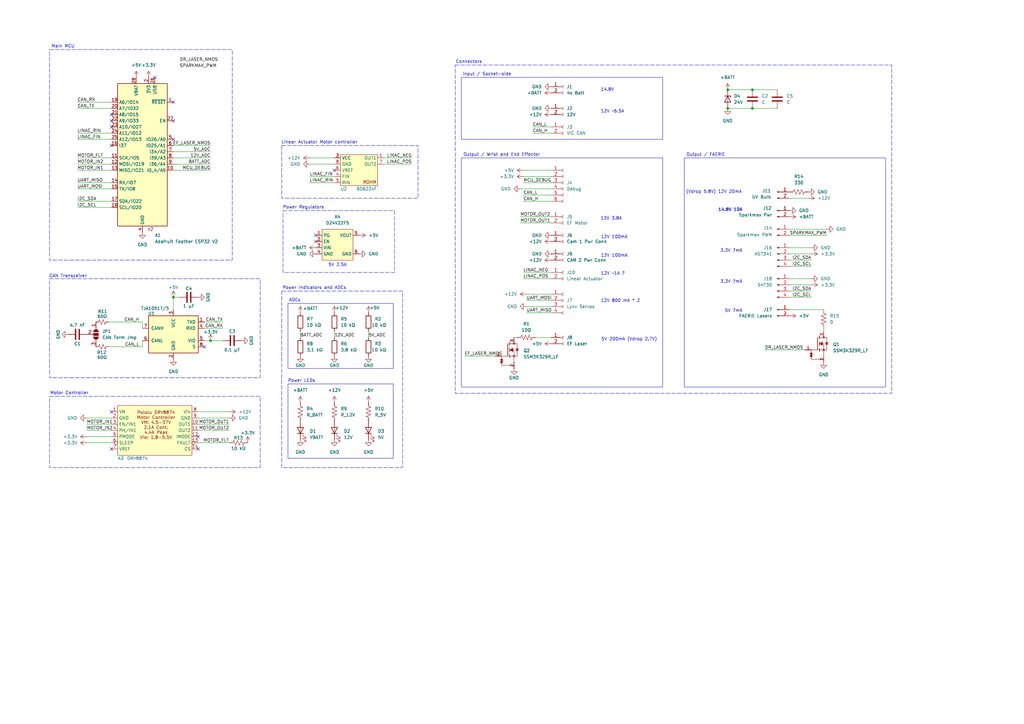
<source format=kicad_sch>
(kicad_sch (version 20250114) (generator "eeschema") (generator_version "9.0")
  (paper "A3")
  (title_block (title "Digit ESP32 2025") (date "2025-01-17") (rev "1.1") (company "UAH SHC ASTRA") (comment 1 "Created by David Sharpe"))
  (rectangle (start 115.57 59.69) (end 171.45 81.28) (stroke (width 0) (type dash)))
  (rectangle (start 189.23 31.75) (end 271.78 57.15))
  (rectangle (start 115.57 119.38) (end 165.1 191.77) (stroke (width 0) (type dash)))
  (rectangle (start 118.11 157.48) (end 161.29 187.96))
  (rectangle (start 20.32 162.56) (end 106.68 191.77) (stroke (width 0) (type dash)))
  (rectangle (start 189.23 64.77) (end 271.78 158.75))
  (rectangle (start 20.32 114.3) (end 106.68 154.94) (stroke (width 0) (type dash)))
  (rectangle (start 186.69 26.67) (end 365.76 161.29) (stroke (width 0) (type dash)))
  (rectangle (start 280.67 64.77) (end 363.22 158.75))
  (rectangle (start 116.078 86.36) (end 161.798 111.76) (stroke (width 0) (type dash)))
  (rectangle (start 20.32 20.32) (end 95.25 106.68) (stroke (width 0) (type dash)))
  (rectangle (start 118.11 124.46) (end 161.29 151.13))
  (text "Input / Socket-side" (at 189.738 30.48 0) (effects (font (size 1.27 1.27)) (justify left)))
  (text "3.3V ?mA" (at 304.546 115.57 0) (effects (font (size 1.27 1.27)) (justify right)))
  (text "Power Regulators" (at 124.46 85.09 0) (effects (font (size 1.27 1.27))))
  (text "ADCs\n" (at 120.904 123.19 0) (effects (font (size 1.27 1.27))))
  (text "5V 200mA (Vdrop 2.7V)" (at 258.064 139.192 0) (effects (font (size 1.27 1.27))))
  (text "5V 2.5A" (at 138.43 108.712 0) (effects (font (size 1.27 1.27))))
  (text "3.3V ?mA" (at 304.546 102.87 0) (effects (font (size 1.27 1.27)) (justify right)))
  (text "14.8V" (at 246.38 36.83 0) (effects (font (size 1.27 1.27)) (justify left)))
  (text "Linear Actuator Motor controller" (at 131.064 58.42 0) (effects (font (size 1.27 1.27))))
  (text "12V 100mA" (at 246.38 104.902 0) (effects (font (size 1.27 1.27)) (justify left)))
  (text "Motor Controller" (at 28.448 161.29 0) (effects (font (size 1.27 1.27))))
  (text "CAN Transceiver" (at 27.94 113.284 0) (effects (font (size 1.27 1.27))))
  (text "14.8V 10A" (at 304.546 86.106 0) (effects (font (size 1.27 1.27)) (justify right)))
  (text "12V 3.8A" (at 250.698 89.662 0) (effects (font (size 1.27 1.27))))
  (text "12V ~6.5A" (at 246.38 45.72 0) (effects (font (size 1.27 1.27)) (justify left)))
  (text "Power LEDs\n" (at 123.698 156.21 0) (effects (font (size 1.27 1.27))))
  (text "Output / Wrist and End Effector" (at 189.992 63.5 0) (effects (font (size 1.27 1.27)) (justify left)))
  (text "Main MCU" (at 21.082 19.05 0) (effects (font (size 1.27 1.27)) (justify left)))
  (text "12V ~1A ?" (at 246.38 112.268 0) (effects (font (size 1.27 1.27)) (justify left)))
  (text "(Vdrop 5.8V) 12V 20mA" (at 304.292 78.74 0) (effects (font (size 1.27 1.27)) (justify right)))
  (text "12V 800 mA * 2" (at 246.38 123.444 0) (effects (font (size 1.27 1.27)) (justify left)))
  (text "5V ?mA" (at 304.546 127.508 0) (effects (font (size 1.27 1.27)) (justify right)))
  (text "14.8V 10A" (at 304.546 86.106 0) (effects (font (size 1.27 1.27)) (justify right)))
  (text "Power Indicators and ADCs\n" (at 115.824 118.11 0) (effects (font (size 1.27 1.27)) (justify left)))
  (text "Output / FAERIE" (at 281.432 63.5 0) (effects (font (size 1.27 1.27)) (justify left)))
  (text "12V 100mA" (at 246.38 97.282 0) (effects (font (size 1.27 1.27)) (justify left)))
  (text "Connectors" (at 186.944 25.4 0) (effects (font (size 1.27 1.27)) (justify left)))
  (junction (at 308.61 36.83))
  (junction (at 86.36 139.7))
  (junction (at 308.61 44.45))
  (junction (at 71.12 121.92))
  (junction (at 298.45 36.83))
  (junction (at 298.45 44.45))
  (no_connect (at 137.16 69.85))
  (no_connect (at 83.82 142.24))
  (no_connect (at 45.72 52.07))
  (no_connect (at 129.54 96.52))
  (no_connect (at 81.28 179.07))
  (no_connect (at 81.28 184.15))
  (no_connect (at 63.5 31.75))
  (no_connect (at 71.12 41.91))
  (no_connect (at 45.72 49.53))
  (no_connect (at 45.72 168.91))
  (no_connect (at 71.12 49.53))
  (no_connect (at 45.72 59.69))
  (no_connect (at 45.72 46.99))
  (no_connect (at 129.54 99.06))
  (no_connect (at 45.72 184.15))
  (no_connect (at 71.12 57.15))
  (wire (pts (xy 332.74 106.68) (xy 323.85 106.68)))
  (wire (pts (xy 332.74 119.38) (xy 323.85 119.38)))
  (wire (pts (xy 93.98 168.91) (xy 81.28 168.91)))
  (wire (pts (xy 35.56 176.53) (xy 45.72 176.53)))
  (wire (pts (xy 31.75 82.55) (xy 45.72 82.55)))
  (wire (pts (xy 123.19 135.89) (xy 123.19 138.43)))
  (wire (pts (xy 127 67.31) (xy 137.16 67.31)))
  (wire (pts (xy 337.82 134.62) (xy 337.82 135.89)))
  (wire (pts (xy 127 74.93) (xy 137.16 74.93)))
  (wire (pts (xy 212.09 138.43) (xy 210.82 138.43)))
  (wire (pts (xy 127 64.77) (xy 137.16 64.77)))
  (wire (pts (xy 332.74 109.22) (xy 323.85 109.22)))
  (wire (pts (xy 127 72.39) (xy 137.16 72.39)))
  (wire (pts (xy 71.12 121.92) (xy 71.12 127)))
  (wire (pts (xy 332.74 116.84) (xy 323.85 116.84)))
  (wire (pts (xy 71.12 121.92) (xy 73.66 121.92)))
  (wire (pts (xy 31.75 57.15) (xy 45.72 57.15)))
  (wire (pts (xy 31.75 77.47) (xy 45.72 77.47)))
  (wire (pts (xy 218.44 54.61) (xy 226.06 54.61)))
  (wire (pts (xy 332.74 121.92) (xy 323.85 121.92)))
  (wire (pts (xy 214.63 114.3) (xy 226.06 114.3)))
  (wire (pts (xy 44.45 132.08) (xy 58.42 132.08)))
  (wire (pts (xy 31.75 85.09) (xy 45.72 85.09)))
  (wire (pts (xy 157.48 67.31) (xy 168.91 67.31)))
  (wire (pts (xy 215.9 128.27) (xy 226.06 128.27)))
  (wire (pts (xy 35.56 173.99) (xy 45.72 173.99)))
  (wire (pts (xy 86.36 69.85) (xy 71.12 69.85)))
  (wire (pts (xy 31.75 69.85) (xy 45.72 69.85)))
  (wire (pts (xy 93.98 181.61) (xy 81.28 181.61)))
  (wire (pts (xy 31.75 54.61) (xy 45.72 54.61)))
  (wire (pts (xy 83.82 139.7) (xy 86.36 139.7)))
  (wire (pts (xy 332.74 104.14) (xy 323.85 104.14)))
  (wire (pts (xy 215.9 120.65) (xy 226.06 120.65)))
  (wire (pts (xy 35.56 181.61) (xy 45.72 181.61)))
  (wire (pts (xy 298.45 44.45) (xy 308.61 44.45)))
  (wire (pts (xy 313.69 143.51) (xy 330.2 143.51)))
  (wire (pts (xy 308.61 44.45) (xy 318.77 44.45)))
  (wire (pts (xy 71.12 64.77) (xy 86.36 64.77)))
  (wire (pts (xy 214.63 74.93) (xy 226.06 74.93)))
  (wire (pts (xy 215.9 125.73) (xy 226.06 125.73)))
  (wire (pts (xy 44.45 142.24) (xy 58.42 142.24)))
  (wire (pts (xy 215.9 123.19) (xy 226.06 123.19)))
  (wire (pts (xy 58.42 139.7) (xy 58.42 142.24)))
  (wire (pts (xy 323.85 127) (xy 337.82 127)))
  (wire (pts (xy 332.74 101.6) (xy 323.85 101.6)))
  (wire (pts (xy 213.36 77.47) (xy 226.06 77.47)))
  (wire (pts (xy 332.74 114.3) (xy 323.85 114.3)))
  (wire (pts (xy 86.36 59.69) (xy 71.12 59.69)))
  (wire (pts (xy 137.16 135.89) (xy 137.16 138.43)))
  (wire (pts (xy 214.63 82.55) (xy 226.06 82.55)))
  (wire (pts (xy 339.09 96.52) (xy 323.85 96.52)))
  (wire (pts (xy 308.61 36.83) (xy 318.77 36.83)))
  (wire (pts (xy 157.48 64.77) (xy 168.91 64.77)))
  (wire (pts (xy 31.75 64.77) (xy 45.72 64.77)))
  (wire (pts (xy 58.42 134.62) (xy 58.42 132.08)))
  (wire (pts (xy 31.75 41.91) (xy 45.72 41.91)))
  (wire (pts (xy 219.71 138.43) (xy 226.06 138.43)))
  (wire (pts (xy 31.75 44.45) (xy 45.72 44.45)))
  (wire (pts (xy 93.98 173.99) (xy 81.28 173.99)))
  (wire (pts (xy 31.75 74.93) (xy 45.72 74.93)))
  (wire (pts (xy 298.45 36.83) (xy 308.61 36.83)))
  (wire (pts (xy 93.98 176.53) (xy 81.28 176.53)))
  (wire (pts (xy 214.63 111.76) (xy 226.06 111.76)))
  (wire (pts (xy 31.75 67.31) (xy 45.72 67.31)))
  (wire (pts (xy 339.09 93.98) (xy 323.85 93.98)))
  (wire (pts (xy 71.12 62.23) (xy 86.36 62.23)))
  (wire (pts (xy 71.12 67.31) (xy 86.36 67.31)))
  (wire (pts (xy 35.56 171.45) (xy 45.72 171.45)))
  (wire (pts (xy 86.36 139.7) (xy 91.44 139.7)))
  (wire (pts (xy 151.13 135.89) (xy 151.13 138.43)))
  (wire (pts (xy 91.44 134.62) (xy 83.82 134.62)))
  (wire (pts (xy 190.5 146.05) (xy 203.2 146.05)))
  (wire (pts (xy 35.56 179.07) (xy 45.72 179.07)))
  (wire (pts (xy 93.98 171.45) (xy 81.28 171.45)))
  (wire (pts (xy 91.44 132.08) (xy 83.82 132.08)))
  (wire (pts (xy 213.36 88.9) (xy 226.06 88.9)))
  (wire (pts (xy 331.47 81.28) (xy 323.85 81.28)))
  (wire (pts (xy 214.63 69.85) (xy 226.06 69.85)))
  (wire (pts (xy 213.36 91.44) (xy 226.06 91.44)))
  (wire (pts (xy 218.44 52.07) (xy 226.06 52.07)))
  (wire (pts (xy 214.63 72.39) (xy 226.06 72.39)))
  (wire (pts (xy 214.63 80.01) (xy 226.06 80.01)))
  (label "LINAC_FIN" (at 127 72.39 0))
  (label "BATT_ADC" (at 86.36 67.31 180))
  (label "LINAC_RIN" (at 127 74.93 0))
  (label "LINAC_POS" (at 168.91 67.31 180))
  (label "MOTOR_OUT1" (at 93.98 173.99 180))
  (label "CAN_L" (at 218.44 52.07 0))
  (label "LINAC_POS" (at 214.63 114.3 0))
  (label "LINAC_NEG" (at 214.63 111.76 0))
  (label "UART_MISO" (at 31.75 74.93 0))
  (label "CAN_TX" (at 31.75 44.45 0))
  (label "SPARKMAX_PWM" (at 339.09 96.52 180))
  (label "EF_LASER_NMOS" (at 190.5 146.05 0))
  (label "UART_MOSI" (at 31.75 77.47 0))
  (label "EF_LASER_NMOS" (at 86.36 59.69 180))
  (label "MOTOR_OUT1" (at 213.36 91.44 0))
  (label "CAN_H" (at 57.15 132.08 180))
  (label "LINAC_RIN" (at 31.75 54.61 0))
  (label "5V_ADC" (at 86.36 62.23 180))
  (label "CAN_L" (at 57.15 142.24 180))
  (label "CAN_RX" (at 91.44 134.62 180))
  (label "MOTOR_IN1" (at 35.56 173.99 0))
  (label "I2C_SDA" (at 332.74 106.68 180))
  (label "LINAC_FIN" (at 31.75 57.15 0))
  (label "MOTOR_IN1" (at 31.75 69.85 0))
  (label "UART_MISO" (at 215.9 128.27 0))
  (label "I2C_SCL" (at 332.74 121.92 180))
  (label "I2C_SCL" (at 31.75 85.09 0))
  (label "CAN_H" (at 218.44 54.61 0))
  (label "MOTOR_FLT" (at 31.75 64.77 0))
  (label "LINAC_NEG" (at 168.91 64.77 180))
  (label "MOTOR_IN2" (at 35.56 176.53 0))
  (label "I2C_SCL" (at 332.74 109.22 180))
  (label "I2C_SDA" (at 332.74 119.38 180))
  (label "12V_ADC" (at 137.16 138.43 0))
  (label "DR_LASER_NMOS" (at 313.69 143.51 0))
  (label "CAN_H" (at 214.63 82.55 0))
  (label "MCU_DEBUG" (at 86.36 69.85 180))
  (label "DR_LASER_NMOS" (at 73.66 25.4 0))
  (label "SPARKMAX_PWM" (at 73.66 27.94 0))
  (label "CAN_RX" (at 31.75 41.91 0))
  (label "UART_MOSI" (at 215.9 123.19 0))
  (label "CAN_TX" (at 91.44 132.08 180))
  (label "MOTOR_IN2" (at 31.75 67.31 0))
  (label "I2C_SDA" (at 31.75 82.55 0))
  (label "MOTOR_FLT" (at 93.98 181.61 180))
  (label "CAN_L" (at 214.63 80.01 0))
  (label "12V_ADC" (at 86.36 64.77 180))
  (label "MOTOR_OUT2" (at 93.98 176.53 180))
  (label "5V_ADC" (at 151.13 138.43 0))
  (label "BATT_ADC" (at 123.19 138.43 0))
  (label "MOTOR_OUT2" (at 213.36 88.9 0))
  (label "MCU_DEBUG" (at 214.63 74.93 0))
  (symbol (lib_id "Device:R_Small_US") (at 41.91 142.24 90) (unit 1)
    (property "Reference" "R12" (at 43.688 144.526 90) (effects (justify left)))
    (property "Value" "60Ω" (at 43.942 146.558 90) (effects (justify left)))
    (property "Footprint" "Resistor_SMD:R_0603_1608Metric_Pad0.98x0.95mm_HandSolder" (effects (hide yes)))
    (property "Description" "Resistor, small US symbol" (effects (hide yes)))
  )
  (symbol (lib_id "power:GND") (at 213.36 77.47 270) (unit 1)
    (property "Reference" "#PWR042" (effects (hide yes)))
    (property "Value" "GND" (at 209.55 77.4701 90) (effects (justify right)))
    (property "Description" "Power symbol creates a global label with name \"GND\" , ground" (effects (hide yes)))
  )
  (symbol (lib_id "Connector:Conn_01x02_Socket") (at 231.14 35.56 0) (unit 1)
    (property "Reference" "J1" (at 232.41 35.5599 0) (effects (justify left)))
    (property "Value" "4s Batt" (at 232.41 38.0999 0) (effects (justify left)))
    (property "Footprint" "Connector_AMASS:AMASS_XT60PW-M_1x02_P7.20mm_Horizontal" (effects (hide yes)))
    (property "Description" "Generic connector, single row, 01x02, script generated" (effects (hide yes)))
  )
  (symbol (lib_id "power:+3.3V") (at 214.63 72.39 90) (unit 1)
    (property "Reference" "#PWR040" (effects (hide yes)))
    (property "Value" "+3.3V" (at 210.82 72.3899 90) (effects (justify left)))
    (property "Description" "Power symbol creates a global label with name \"+3.3V\"" (effects (hide yes)))
  )
  (symbol (lib_id "power:GND") (at 58.42 95.25 0) (unit 1)
    (property "Reference" "#PWR01" (effects (hide yes)))
    (property "Value" "GND" (at 58.42 100.33 0))
    (property "Description" "Power symbol creates a global label with name \"GND\" , ground" (effects (hide yes)))
  )
  (symbol (lib_id "Device:C") (at 95.25 139.7 270) (unit 1)
    (property "Reference" "C3" (at 95.25 135.89 90))
    (property "Value" "0.1 μF" (at 95.25 143.51 90))
    (property "Footprint" "Capacitor_SMD:C_0603_1608Metric_Pad1.08x0.95mm_HandSolder" (effects (hide yes)))
    (property "Description" "Unpolarized capacitor" (effects (hide yes)))
  )
  (symbol (lib_id "adafruit_feather_esp32_v2:Adafruit_Feather_ESP32_V2") (at 58.42 62.23 0) (unit 1)
    (property "Reference" "A1" (at 63.5 96.52 0) (effects (justify left)))
    (property "Value" "Adafruit Feather ESP32 V2" (at 63.5 99.06 0) (effects (justify left)))
    (property "Footprint" "Module:Adafruit_Feather" (effects (hide yes)))
    (property "Datasheet" "https://cdn-learn.adafruit.com/downloads/pdf/adafruit-huzzah32-esp32-feather.pdf" (effects (hide yes)))
    (property "Description" "Microcontroller module with ESP32 MCU" (effects (hide yes)))
  )
  (symbol (lib_id "Device:R") (at 123.19 132.08 0) (unit 1)
    (property "Reference" "R7" (at 125.73 130.8099 0) (effects (justify left)))
    (property "Value" "10 kΩ" (at 125.73 133.3499 0) (effects (justify left)))
    (property "Footprint" "Resistor_SMD:R_0603_1608Metric_Pad0.98x0.95mm_HandSolder" (effects (hide yes)))
    (property "Description" "Resistor" (effects (hide yes)))
  )
  (symbol (lib_id "Connector:Conn_01x02_Pin") (at 318.77 93.98 0) (unit 1)
    (property "Reference" "J14" (at 316.738 93.472 0) (effects (justify right)))
    (property "Value" "Sparkmax PWM" (at 316.738 96.266 0) (effects (justify right)))
    (property "Footprint" "Connector_Molex:Molex_Mini-Fit_Jr_5566-02A_2x01_P4.20mm_Vertical" (effects (hide yes)))
    (property "Description" "Generic connector, single row, 01x02, script generated" (effects (hide yes)))
  )
  (symbol (lib_id "Device:R_US") (at 215.9 138.43 90) (unit 1)
    (property "Reference" "R1" (at 215.9 132.842 90))
    (property "Value" "10Ω" (at 215.9 135.382 90))
    (property "Footprint" "Resistor_SMD:R_0603_1608Metric_Pad0.98x0.95mm_HandSolder" (effects (hide yes)))
    (property "Description" "Resistor, US symbol" (effects (hide yes)))
  )
  (symbol (lib_id "Device:D_Zener") (at 298.45 40.64 270) (unit 1)
    (property "Reference" "D4" (at 300.99 39.3699 90) (effects (justify left)))
    (property "Value" "24V" (at 300.99 41.9099 90) (effects (justify left)))
    (property "Description" "Zener diode" (effects (hide yes)))
  )
  (symbol (lib_id "Device:LED") (at 137.16 176.53 90) (unit 1)
    (property "Reference" "D2" (at 140.97 176.8474 90) (effects (justify right)))
    (property "Value" "12V" (at 140.97 179.3874 90) (effects (justify right)))
    (property "Footprint" "LED_SMD:LED_0603_1608Metric_Pad1.05x0.95mm_HandSolder" (effects (hide yes)))
    (property "Description" "Light emitting diode" (effects (hide yes)))
  )
  (symbol (lib_id "Connector:Conn_01x02_Socket") (at 231.14 104.14 0) (unit 1)
    (property "Reference" "J9" (at 232.41 104.1399 0) (effects (justify left)))
    (property "Value" "CAM 2 Pwr Conn" (at 232.41 106.6799 0) (effects (justify left)))
    (property "Footprint" "Connector_AMASS:AMASS_XT30U-F_1x02_P5.0mm_Vertical" (effects (hide yes)))
    (property "Description" "Generic connector, single row, 01x02, script generated" (effects (hide yes)))
  )
  (symbol (lib_id "power:+5V") (at 71.12 121.92 0) (unit 1)
    (property "Reference" "#PWR025" (effects (hide yes)))
    (property "Value" "+5V" (at 69.088 117.856 0) (effects (justify left)))
    (property "Description" "Power symbol creates a global label with name \"+5V\"" (effects (hide yes)))
  )
  (symbol (lib_id "Connector:Conn_01x04_Pin") (at 318.77 104.14 0) (unit 1)
    (property "Reference" "J16" (at 316.738 101.6 0) (effects (justify right)))
    (property "Value" "AS7341" (at 316.738 104.14 0) (effects (justify right)))
    (property "Footprint" "Connector_Molex:Molex_Mini-Fit_Jr_5566-04A_2x02_P4.20mm_Vertical" (effects (hide yes)))
    (property "Description" "Generic connector, single row, 01x04, script generated" (effects (hide yes)))
  )
  (symbol (lib_id "power:+3.3V") (at 332.74 116.84 270) (unit 1)
    (property "Reference" "#PWR065" (effects (hide yes)))
    (property "Value" "+3.3V" (at 336.55 116.8399 90) (effects (justify left)))
    (property "Description" "Power symbol creates a global label with name \"+3.3V\"" (effects (hide yes)))
  )
  (symbol (lib_id "Connector:Conn_01x02_Socket") (at 231.14 138.43 0) (unit 1)
    (property "Reference" "J8" (at 232.41 138.4299 0) (effects (justify left)))
    (property "Value" "EF Laser" (at 232.41 140.9699 0) (effects (justify left)))
    (property "Footprint" "Connector_Molex:Molex_Mini-Fit_Jr_5566-02A_2x01_P4.20mm_Vertical" (effects (hide yes)))
    (property "Description" "Generic connector, single row, 01x02, script generated" (effects (hide yes)))
  )
  (symbol (lib_id "Connector:Conn_01x02_Socket") (at 231.14 44.45 0) (unit 1)
    (property "Reference" "J2" (at 232.41 44.4499 0) (effects (justify left)))
    (property "Value" "12V" (at 232.41 46.9899 0) (effects (justify left)))
    (property "Footprint" "Connector_AMASS:AMASS_XT30PW-M_1x02_P2.50mm_Horizontal" (effects (hide yes)))
    (property "Description" "Generic connector, single row, 01x02, script generated" (effects (hide yes)))
  )
  (symbol (lib_id "Connector:Conn_01x02_Pin") (at 318.77 127 0) (unit 1)
    (property "Reference" "J17" (at 316.738 127 0) (effects (justify right)))
    (property "Value" "FAERIE Lasers" (at 316.738 129.54 0) (effects (justify right)))
    (property "Footprint" "Connector_Molex:Molex_Mini-Fit_Jr_5566-02A_2x01_P4.20mm_Vertical" (effects (hide yes)))
    (property "Description" "Generic connector, single row, 01x02, script generated" (effects (hide yes)))
  )
  (symbol (lib_id "power:+3.3V") (at 60.96 31.75 0) (unit 1)
    (property "Reference" "#PWR029" (effects (hide yes)))
    (property "Value" "+3.3V" (at 60.96 26.67 0))
    (property "Description" "Power symbol creates a global label with name \"+3.3V\"" (effects (hide yes)))
  )
  (symbol (lib_id "power:+12V") (at 226.06 46.99 90) (unit 1)
    (property "Reference" "#PWR04" (effects (hide yes)))
    (property "Value" "+12V" (at 222.25 46.9899 90) (effects (justify left)))
    (property "Description" "Power symbol creates a global label with name \"+12V\"" (effects (hide yes)))
  )
  (symbol (lib_id "power:GND") (at 226.06 96.52 270) (unit 1)
    (property "Reference" "#PWR010" (effects (hide yes)))
    (property "Value" "GND" (at 222.25 96.5199 90) (effects (justify right)))
    (property "Description" "Power symbol creates a global label with name \"GND\" , ground" (effects (hide yes)))
  )
  (symbol (lib_id "power:GND") (at 81.28 121.92 90) (unit 1)
    (property "Reference" "#PWR027" (effects (hide yes)))
    (property "Value" "GND" (at 85.344 123.952 0) (effects (justify left)))
    (property "Description" "Power symbol creates a global label with name \"GND\" , ground" (effects (hide yes)))
  )
  (symbol (lib_id "power:GND") (at 123.19 146.05 0) (unit 1)
    (property "Reference" "#PWR019" (effects (hide yes)))
    (property "Value" "GND" (at 123.19 149.86 0))
    (property "Description" "Power symbol creates a global label with name \"GND\" , ground" (effects (hide yes)))
  )
  (symbol (lib_id "Connector:Conn_01x02_Pin") (at 318.77 78.74 0) (unit 1)
    (property "Reference" "J11" (at 316.23 78.232 0) (effects (justify right)))
    (property "Value" "UV Bulb" (at 316.23 80.772 0) (effects (justify right)))
    (property "Footprint" "Connector_Molex:Molex_Mini-Fit_Jr_5566-02A_2x01_P4.20mm_Vertical" (effects (hide yes)))
    (property "Description" "Generic connector, single row, 01x02, script generated" (effects (hide yes)))
  )
  (symbol (lib_id "Device:R_US") (at 151.13 168.91 0) (unit 1)
    (property "Reference" "R10" (at 153.67 167.6399 0) (effects (justify left)))
    (property "Value" "R_5V" (at 153.67 170.1799 0) (effects (justify left)))
    (property "Footprint" "Resistor_SMD:R_0603_1608Metric_Pad0.98x0.95mm_HandSolder" (effects (hide yes)))
    (property "Description" "Resistor, US symbol" (effects (hide yes)))
  )
  (symbol (lib_id "Jumper:SolderJumper_3_Open") (at 39.37 137.16 270) (unit 1) (exclude_from_sim yes) (in_bom no)
    (property "Reference" "JP1" (at 41.91 135.8899 90) (effects (justify left)))
    (property "Value" "CAN Term Jmp" (at 41.91 138.4299 90) (effects (justify left)))
    (property "Footprint" "Jumper:SolderJumper-3_P1.3mm_Open_Pad1.0x1.5mm" (effects (hide yes)))
    (property "Description" "Solder Jumper, 3-pole, open" (effects (hide yes)))
  )
  (symbol (lib_id "Device:C") (at 308.61 40.64 0) (unit 1)
    (property "Reference" "C2" (at 312.42 39.3699 0) (effects (justify left)))
    (property "Value" "C" (at 312.42 41.9099 0) (effects (justify left)))
    (property "Description" "Unpolarized capacitor" (effects (hide yes)))
  )
  (symbol (lib_id "power:+BATT") (at 123.19 165.1 0) (unit 1)
    (property "Reference" "#PWR020" (effects (hide yes)))
    (property "Value" "+BATT" (at 123.19 160.02 0))
    (property "Description" "Power symbol creates a global label with name \"+BATT\"" (effects (hide yes)))
  )
  (symbol (lib_id "Connector:Conn_01x02_Pin") (at 318.77 86.36 0) (unit 1)
    (property "Reference" "J12" (at 316.484 85.344 0) (effects (justify right)))
    (property "Value" "Sparkmax Pwr" (at 316.738 88.138 0) (effects (justify right)))
    (property "Footprint" "Connector_AMASS:AMASS_XT60PW-F_1x02_P7.20mm_Horizontal" (effects (hide yes)))
    (property "Description" "Generic connector, single row, 01x02, script generated" (effects (hide yes)))
  )
  (symbol (lib_id "power:+BATT") (at 323.85 88.9 270) (unit 1)
    (property "Reference" "#PWR048" (effects (hide yes)))
    (property "Value" "+BATT" (at 327.66 88.8999 90) (effects (justify left)))
    (property "Description" "Power symbol creates a global label with name \"+BATT\"" (effects (hide yes)))
  )
  (symbol (lib_id "Device:R") (at 137.16 142.24 0) (unit 1)
    (property "Reference" "R6" (at 139.7 140.9699 0) (effects (justify left)))
    (property "Value" "3.8 kΩ" (at 139.7 143.5099 0) (effects (justify left)))
    (property "Footprint" "Resistor_SMD:R_0603_1608Metric_Pad0.98x0.95mm_HandSolder" (effects (hide yes)))
    (property "Description" "Resistor" (effects (hide yes)))
  )
  (symbol (lib_id "power:+5V") (at 137.16 128.27 0) (unit 1)
    (property "Reference" "#PWR016" (effects (hide yes)))
    (property "Value" "+12V" (at 140.208 126.238 0))
    (property "Description" "Power symbol creates a global label with name \"+5V\"" (effects (hide yes)))
  )
  (symbol (lib_id "power:GND") (at 226.06 44.45 270) (unit 1)
    (property "Reference" "#PWR05" (effects (hide yes)))
    (property "Value" "GND" (at 222.25 44.4499 90) (effects (justify right)))
    (property "Description" "Power symbol creates a global label with name \"GND\" , ground" (effects (hide yes)))
  )
  (symbol (lib_id "power:GND") (at 331.47 78.74 90) (unit 1)
    (property "Reference" "#PWR054" (effects (hide yes)))
    (property "Value" "GND" (at 335.28 78.7399 90) (effects (justify right)))
    (property "Description" "Power symbol creates a global label with name \"GND\" , ground" (effects (hide yes)))
  )
  (symbol (lib_id "Connector:Conn_01x02_Socket") (at 231.14 52.07 0) (unit 1)
    (property "Reference" "J3" (at 232.41 52.0699 0) (effects (justify left)))
    (property "Value" "VIC CAN" (at 232.41 54.6099 0) (effects (justify left)))
    (property "Footprint" "Connector_AMASS:AMASS_XT30PW-F_1x02_P2.50mm_Horizontal" (effects (hide yes)))
    (property "Description" "Generic connector, single row, 01x02, script generated" (effects (hide yes)))
  )
  (symbol (lib_id "power:+BATT") (at 226.06 38.1 90) (unit 1)
    (property "Reference" "#PWR02" (effects (hide yes)))
    (property "Value" "+BATT" (at 222.25 38.0999 90) (effects (justify left)))
    (property "Description" "Power symbol creates a global label with name \"+BATT\"" (effects (hide yes)))
  )
  (symbol (lib_id "power:GND") (at 93.98 171.45 90) (unit 1)
    (property "Reference" "#PWR036" (effects (hide yes)))
    (property "Value" "GND" (at 97.79 171.4499 90) (effects (justify right)))
    (property "Description" "Power symbol creates a global label with name \"GND\" , ground" (effects (hide yes)))
  )
  (symbol (lib_id "Device:R") (at 151.13 142.24 0) (unit 1)
    (property "Reference" "R3" (at 153.67 140.9699 0) (effects (justify left)))
    (property "Value" "10 kΩ" (at 152.4 143.51 0) (effects (justify left)))
    (property "Footprint" "Resistor_SMD:R_0603_1608Metric_Pad0.98x0.95mm_HandSolder" (effects (hide yes)))
    (property "Description" "Resistor" (effects (hide yes)))
  )
  (symbol (lib_id "power:GND") (at 27.94 137.16 270) (unit 1)
    (property "Reference" "#PWR024" (effects (hide yes)))
    (property "Value" "GND" (at 23.876 135.128 0) (effects (justify left)))
    (property "Description" "Power symbol creates a global label with name \"GND\" , ground" (effects (hide yes)))
  )
  (symbol (lib_id "Device:LED") (at 123.19 176.53 90) (unit 1)
    (property "Reference" "D1" (at 127 176.8474 90) (effects (justify right)))
    (property "Value" "VBATT" (at 127 179.3874 90) (effects (justify right)))
    (property "Footprint" "LED_SMD:LED_0603_1608Metric_Pad1.05x0.95mm_HandSolder" (effects (hide yes)))
    (property "Description" "Light emitting diode" (effects (hide yes)))
  )
  (symbol (lib_id "power:+3.3V") (at 101.6 181.61 0) (unit 1)
    (property "Reference" "#PWR043" (effects (hide yes)))
    (property "Value" "+3.3V" (at 101.6 177.546 0))
    (property "Description" "Power symbol creates a global label with name \"+3.3V\"" (effects (hide yes)))
  )
  (symbol (lib_id "Nmos:SSM3K329R_LF") (at 208.28 143.51 0) (unit 1)
    (property "Reference" "Q2" (at 214.63 143.802 0) (effects (justify left)))
    (property "Value" "SSM3K329R_LF" (at 214.63 146.342 0) (effects (justify left)))
    (property "Footprint" "Digit:SOT-23F_TOS" (effects (hide yes)))
    (property "Description" "\nN-Channel 30 V 3.5A (Ta) 1W (Ta) Surface Mount SOT-23F\n" (effects (hide yes)))
    (property "MF" "Toshiba Semiconductor" (effects (hide yes)))
    (property "MAXIMUM_PACKAGE_HEIGHT" "0.88mm" (effects (hide yes)))
    (property "Package" "SOT-23 Toshiba" (effects (hide yes)))
    (property "Price" "None" (effects (hide yes)))
    (property "Check_prices" "https://www.snapeda.com/parts/SSM3K329R,LF/Toshiba+Semiconductor+and+Storage/view-part/?ref=eda" (effects (hide yes)))
    (property "STANDARD" "IPC-7351B" (effects (hide yes)))
    (property "PARTREV" "1.0" (effects (hide yes)))
    (property "SnapEDA_Link" "https://www.snapeda.com/parts/SSM3K329R,LF/Toshiba+Semiconductor+and+Storage/view-part/?ref=snap" (effects (hide yes)))
    (property "MP" "SSM3K329R,LF" (effects (hide yes)))
    (property "Purchase-URL" "https://www.snapeda.com/api/url_track_click_mouser/?unipart_id=143812&manufacturer=Toshiba Semiconductor&part_name=SSM3K329R,LF&search_term=None" (effects (hide yes)))
    (property "MANUFACTURER" "Toshiba" (effects (hide yes)))
    (property "Availability" "In Stock" (effects (hide yes)))
    (property "SNAPEDA_PN" "SSM3K329R,LF" (effects (hide yes)))
  )
  (symbol (lib_id "power:GND") (at 123.19 180.34 0) (unit 1)
    (property "Reference" "#PWR023" (effects (hide yes)))
    (property "Value" "GND" (at 123.19 185.42 0))
    (property "Description" "Power symbol creates a global label with name \"GND\" , ground" (effects (hide yes)))
  )
  (symbol (lib_id "Device:R") (at 137.16 132.08 0) (unit 1)
    (property "Reference" "R5" (at 139.7 130.8099 0) (effects (justify left)))
    (property "Value" "10 kΩ" (at 139.7 133.3499 0) (effects (justify left)))
    (property "Footprint" "Resistor_SMD:R_0603_1608Metric_Pad0.98x0.95mm_HandSolder" (effects (hide yes)))
    (property "Description" "Resistor" (effects (hide yes)))
  )
  (symbol (lib_id "Connector:Conn_01x02_Socket") (at 231.14 96.52 0) (unit 1)
    (property "Reference" "J6" (at 232.41 96.5199 0) (effects (justify left)))
    (property "Value" "Cam 1 Pwr Conn" (at 232.41 99.0599 0) (effects (justify left)))
    (property "Footprint" "Connector_AMASS:AMASS_XT30U-F_1x02_P5.0mm_Vertical" (effects (hide yes)))
    (property "Description" "Generic connector, single row, 01x02, script generated" (effects (hide yes)))
  )
  (symbol (lib_id "power:+BATT") (at 123.19 128.27 0) (unit 1)
    (property "Reference" "#PWR018" (effects (hide yes)))
    (property "Value" "+BATT" (at 127.254 126.492 0))
    (property "Description" "Power symbol creates a global label with name \"+BATT\"" (effects (hide yes)))
  )
  (symbol (lib_id "Device:R_US") (at 137.16 168.91 0) (unit 1)
    (property "Reference" "R9" (at 139.7 167.6399 0) (effects (justify left)))
    (property "Value" "R_12V" (at 139.7 170.1799 0) (effects (justify left)))
    (property "Footprint" "Resistor_SMD:R_0603_1608Metric_Pad0.98x0.95mm_HandSolder" (effects (hide yes)))
    (property "Description" "Resistor, US symbol" (effects (hide yes)))
  )
  (symbol (lib_id "power:+12V") (at 137.16 165.1 0) (unit 1)
    (property "Reference" "#PWR021" (effects (hide yes)))
    (property "Value" "+12V" (at 137.16 160.02 0))
    (property "Description" "Power symbol creates a global label with name \"+12V\"" (effects (hide yes)))
  )
  (symbol (lib_id "power:GND") (at 99.06 139.7 90) (unit 1)
    (property "Reference" "#PWR028" (effects (hide yes)))
    (property "Value" "GND" (at 103.124 141.732 0) (effects (justify left)))
    (property "Description" "Power symbol creates a global label with name \"GND\" , ground" (effects (hide yes)))
  )
  (symbol (lib_id "power:+12V") (at 127 64.77 90) (unit 1)
    (property "Reference" "#PWR049" (effects (hide yes)))
    (property "Value" "+12V" (at 123.19 64.7699 90) (effects (justify left)))
    (property "Description" "Power symbol creates a global label with name \"+12V\"" (effects (hide yes)))
  )
  (symbol (lib_id "DRV887x:DRV8874") (at 48.26 186.69 0) (unit 1)
    (property "Reference" "A3" (at 49.53 187.96 0))
    (property "Value" "DRV8874" (at 56.388 187.96 0))
    (property "Footprint" "Digit:DRV8874" (effects (hide yes)))
    (property "Datasheet" "https://www.pololu.com/product/4035" (effects (hide yes)))
  )
  (symbol (lib_id "Device:C") (at 77.47 121.92 90) (unit 1)
    (property "Reference" "C4" (at 77.47 118.364 90))
    (property "Value" "1 μF" (at 77.47 125.476 90))
    (property "Footprint" "Capacitor_SMD:C_0603_1608Metric_Pad1.08x0.95mm_HandSolder" (effects (hide yes)))
    (property "Description" "Unpolarized capacitor" (effects (hide yes)))
  )
  (symbol (lib_id "power:+BATT") (at 298.45 36.83 0) (unit 1)
    (property "Reference" "#PWR053" (effects (hide yes)))
    (property "Value" "+BATT" (at 298.45 31.75 0))
    (property "Description" "Power symbol creates a global label with name \"+BATT\"" (effects (hide yes)))
  )
  (symbol (lib_id "power:+12V") (at 226.06 106.68 90) (unit 1)
    (property "Reference" "#PWR045" (effects (hide yes)))
    (property "Value" "+12V" (at 222.25 106.6799 90) (effects (justify left)))
    (property "Description" "Power symbol creates a global label with name \"+12V\"" (effects (hide yes)))
  )
  (symbol (lib_id "power:+3.3V") (at 332.74 104.14 270) (unit 1)
    (property "Reference" "#PWR059" (effects (hide yes)))
    (property "Value" "+3.3V" (at 336.55 104.1399 90) (effects (justify left)))
    (property "Description" "Power symbol creates a global label with name \"+3.3V\"" (effects (hide yes)))
  )
  (symbol (lib_id "power:+5V") (at 151.13 165.1 0) (unit 1)
    (property "Reference" "#PWR022" (effects (hide yes)))
    (property "Value" "+5V" (at 151.13 160.02 0))
    (property "Description" "Power symbol creates a global label with name \"+5V\"" (effects (hide yes)))
  )
  (symbol (lib_id "Device:R_Small_US") (at 41.91 132.08 270) (unit 1)
    (property "Reference" "R11" (at 40.132 127.762 90) (effects (justify left)))
    (property "Value" "60Ω" (at 39.878 129.794 90) (effects (justify left)))
    (property "Footprint" "Resistor_SMD:R_0603_1608Metric_Pad0.98x0.95mm_HandSolder" (effects (hide yes)))
    (property "Description" "Resistor, small US symbol" (effects (hide yes)))
  )
  (symbol (lib_id "power:+BATT") (at 129.54 101.6 90) (unit 1)
    (property "Reference" "#PWR032" (effects (hide yes)))
    (property "Value" "+BATT" (at 125.73 101.5999 90) (effects (justify left)))
    (property "Description" "Power symbol creates a global label with name \"+BATT\"" (effects (hide yes)))
  )
  (symbol (lib_id "power:+12V") (at 226.06 99.06 90) (unit 1)
    (property "Reference" "#PWR09" (effects (hide yes)))
    (property "Value" "+12V" (at 222.25 99.0599 90) (effects (justify left)))
    (property "Description" "Power symbol creates a global label with name \"+12V\"" (effects (hide yes)))
  )
  (symbol (lib_id "Device:C") (at 31.75 137.16 90) (unit 1)
    (property "Reference" "C1" (at 31.75 140.97 90))
    (property "Value" "4.7 nF" (at 31.75 133.35 90))
    (property "Footprint" "Capacitor_SMD:C_0603_1608Metric_Pad1.08x0.95mm_HandSolder" (effects (hide yes)))
    (property "Description" "Unpolarized capacitor" (effects (hide yes)))
  )
  (symbol (lib_id "power:+3.3V") (at 86.36 139.7 0) (unit 1)
    (property "Reference" "#PWR030" (effects (hide yes)))
    (property "Value" "+3.3V" (at 86.36 136.144 0))
    (property "Description" "Power symbol creates a global label with name \"+3.3V\"" (effects (hide yes)))
  )
  (symbol (lib_id "power:GND") (at 127 67.31 270) (unit 1)
    (property "Reference" "#PWR050" (effects (hide yes)))
    (property "Value" "GND" (at 123.19 67.3099 90) (effects (justify right)))
    (property "Description" "Power symbol creates a global label with name \"GND\" , ground" (effects (hide yes)))
  )
  (symbol (lib_id "Connector:Conn_01x04_Socket") (at 231.14 123.19 0) (unit 1)
    (property "Reference" "J7" (at 232.41 123.1899 0) (effects (justify left)))
    (property "Value" "Lynx Servos" (at 232.41 125.7299 0) (effects (justify left)))
    (property "Footprint" "Connector_Molex:Molex_Mini-Fit_Jr_5566-04A_2x02_P4.20mm_Vertical" (effects (hide yes)))
    (property "Description" "Generic connector, single row, 01x04, script generated" (effects (hide yes)))
  )
  (symbol (lib_id "power:+5V") (at 55.88 31.75 0) (unit 1)
    (property "Reference" "#PWR031" (effects (hide yes)))
    (property "Value" "+5V" (at 55.88 26.67 0))
    (property "Description" "Power symbol creates a global label with name \"+5V\"" (effects (hide yes)))
  )
  (symbol (lib_id "Connector:Conn_01x04_Pin") (at 318.77 116.84 0) (unit 1)
    (property "Reference" "J18" (at 316.738 114.3 0) (effects (justify right)))
    (property "Value" "SHT30" (at 316.738 116.84 0) (effects (justify right)))
    (property "Footprint" "Connector_Molex:Molex_Mini-Fit_Jr_5566-04A_2x02_P4.20mm_Vertical" (effects (hide yes)))
    (property "Description" "Generic connector, single row, 01x04, script generated" (effects (hide yes)))
  )
  (symbol (lib_id "Device:LED") (at 151.13 176.53 90) (unit 1)
    (property "Reference" "D3" (at 154.94 176.8474 90) (effects (justify right)))
    (property "Value" "5V" (at 154.94 179.3874 90) (effects (justify right)))
    (property "Footprint" "LED_SMD:LED_0603_1608Metric_Pad1.05x0.95mm_HandSolder" (effects (hide yes)))
    (property "Description" "Light emitting diode" (effects (hide yes)))
  )
  (symbol (lib_id "power:GND") (at 298.45 44.45 0) (unit 1)
    (property "Reference" "#PWR056" (effects (hide yes)))
    (property "Value" "GND" (at 298.45 49.53 0))
    (property "Description" "Power symbol creates a global label with name \"GND\" , ground" (effects (hide yes)))
  )
  (symbol (lib_id "Device:R_US") (at 337.82 130.81 0) (unit 1)
    (property "Reference" "R15" (at 340.36 129.5399 0) (effects (justify left)))
    (property "Value" "0" (at 340.36 132.0799 0) (effects (justify left)))
    (property "Footprint" "Resistor_SMD:R_0603_1608Metric_Pad0.98x0.95mm_HandSolder" (effects (hide yes)))
    (property "Description" "Resistor, US symbol" (effects (hide yes)))
  )
  (symbol (lib_id "power:GND") (at 137.16 180.34 0) (unit 1)
    (property "Reference" "#PWR015" (effects (hide yes)))
    (property "Value" "GND" (at 137.16 185.42 0))
    (property "Description" "Power symbol creates a global label with name \"GND\" , ground" (effects (hide yes)))
  )
  (symbol (lib_id "power:+5V") (at 151.13 128.27 0) (unit 1)
    (property "Reference" "#PWR011" (effects (hide yes)))
    (property "Value" "+5V" (at 153.67 126.238 0))
    (property "Description" "Power symbol creates a global label with name \"+5V\"" (effects (hide yes)))
  )
  (symbol (lib_id "power:GND") (at 337.82 148.59 0) (unit 1)
    (property "Reference" "#PWR063" (effects (hide yes)))
    (property "Value" "GND" (at 337.82 153.67 0))
    (property "Description" "Power symbol creates a global label with name \"GND\" , ground" (effects (hide yes)))
  )
  (symbol (lib_id "Connector:Conn_01x02_Socket") (at 231.14 88.9 0) (unit 1)
    (property "Reference" "J5" (at 232.41 88.8999 0) (effects (justify left)))
    (property "Value" "EF Motor" (at 232.41 91.4399 0) (effects (justify left)))
    (property "Footprint" "Connector_Molex:Molex_Mini-Fit_Jr_5566-02A_2x01_P4.20mm_Vertical" (effects (hide yes)))
    (property "Description" "Generic connector, single row, 01x02, script generated" (effects (hide yes)))
  )
  (symbol (lib_id "BD622xF:BD622xF") (at 139.7 72.39 0) (unit 1)
    (property "Reference" "U2" (at 140.97 77.47 0))
    (property "Value" "BD622xF" (at 150.368 77.47 0))
    (property "Footprint" "Digit:SOP8_ROM" (effects (hide yes)))
    (property "Datasheet" "https://fscdn.rohm.com/en/products/databook/datasheet/ic/motor/dc/bd622x-e.pdf" (effects (hide yes)))
    (property "Description" "Half-bridge DC Motor Controller 500mA" (effects (hide yes)))
  )
  (symbol (lib_id "Connector:Conn_01x02_Socket") (at 231.14 111.76 0) (unit 1)
    (property "Reference" "J10" (at 232.41 111.7599 0) (effects (justify left)))
    (property "Value" "Linear Actuator" (at 232.41 114.2999 0) (effects (justify left)))
    (property "Footprint" "Connector_Molex:Molex_Mini-Fit_Jr_5566-02A_2x01_P4.20mm_Vertical" (effects (hide yes)))
    (property "Description" "Generic connector, single row, 01x02, script generated" (effects (hide yes)))
  )
  (symbol (lib_id "power:+3.3V") (at 35.56 179.07 90) (unit 1)
    (property "Reference" "#PWR039" (effects (hide yes)))
    (property "Value" "+3.3V" (at 31.75 179.0699 90) (effects (justify left)))
    (property "Description" "Power symbol creates a global label with name \"+3.3V\"" (effects (hide yes)))
  )
  (symbol (lib_id "power:GND") (at 71.12 147.32 0) (unit 1)
    (property "Reference" "#PWR026" (effects (hide yes)))
    (property "Value" "GND" (at 71.12 152.4 0))
    (property "Description" "Power symbol creates a global label with name \"GND\" , ground" (effects (hide yes)))
  )
  (symbol (lib_id "power:GND") (at 332.74 101.6 90) (unit 1)
    (property "Reference" "#PWR058" (effects (hide yes)))
    (property "Value" "GND" (at 336.55 101.5999 90) (effects (justify right)))
    (property "Description" "Power symbol creates a global label with name \"GND\" , ground" (effects (hide yes)))
  )
  (symbol (lib_id "Device:R_US") (at 123.19 168.91 0) (unit 1)
    (property "Reference" "R4" (at 125.73 167.6399 0) (effects (justify left)))
    (property "Value" "R_BATT" (at 125.73 170.1799 0) (effects (justify left)))
    (property "Footprint" "Resistor_SMD:R_0603_1608Metric_Pad0.98x0.95mm_HandSolder" (effects (hide yes)))
    (property "Description" "Resistor, US symbol" (effects (hide yes)))
  )
  (symbol (lib_id "Device:R") (at 151.13 132.08 0) (unit 1)
    (property "Reference" "R2" (at 153.67 130.8099 0) (effects (justify left)))
    (property "Value" "10 kΩ" (at 152.4 133.35 0) (effects (justify left)))
    (property "Footprint" "Resistor_SMD:R_0603_1608Metric_Pad0.98x0.95mm_HandSolder" (effects (hide yes)))
    (property "Description" "Resistor" (effects (hide yes)))
  )
  (symbol (lib_id "power:GND") (at 210.82 151.13 0) (unit 1)
    (property "Reference" "#PWR012" (effects (hide yes)))
    (property "Value" "GND" (at 210.82 154.94 0))
  )
  (symbol (lib_id "power:GND") (at 137.16 146.05 0) (unit 1)
    (property "Reference" "#PWR017" (effects (hide yes)))
    (property "Value" "GND" (at 137.16 149.86 0))
    (property "Description" "Power symbol creates a global label with name \"GND\" , ground" (effects (hide yes)))
  )
  (symbol (lib_id "power:+12V") (at 215.9 120.65 90) (unit 1)
    (property "Reference" "#PWR06" (effects (hide yes)))
    (property "Value" "+12V" (at 212.09 120.6499 90) (effects (justify left)))
    (property "Description" "Power symbol creates a global label with name \"+12V\"" (effects (hide yes)))
  )
  (symbol (lib_id "power:+5V") (at 323.85 129.54 270) (unit 1)
    (property "Reference" "#PWR052" (effects (hide yes)))
    (property "Value" "+5V" (at 327.66 129.5399 90) (effects (justify left)))
    (property "Description" "Power symbol creates a global label with name \"+5V\"" (effects (hide yes)))
  )
  (symbol (lib_id "SSM3K329R_LF:SSM3K329R_LF") (at 335.28 140.97 0) (unit 1)
    (property "Reference" "Q1" (at 341.63 141.262 0) (effects (justify left)))
    (property "Value" "SSM3K329R_LF" (at 341.63 143.802 0) (effects (justify left)))
    (property "Footprint" "Digit:SOT-23F_TOS" (effects (hide yes)))
    (property "MF" "Toshiba Semiconductor" (effects (hide yes)))
    (property "MAXIMUM_PACKAGE_HEIGHT" "0.88mm" (effects (hide yes)))
    (property "Package" "SOT-23 Toshiba" (effects (hide yes)))
    (property "Price" "None" (effects (hide yes)))
    (property "Check_prices" "https://www.snapeda.com/parts/SSM3K329R,LF/Toshiba/view-part/?ref=eda" (effects (hide yes)))
    (property "STANDARD" "IPC-7351B" (effects (hide yes)))
    (property "PARTREV" "1.0" (effects (hide yes)))
    (property "SnapEDA_Link" "https://www.snapeda.com/parts/SSM3K329R,LF/Toshiba/view-part/?ref=snap" (effects (hide yes)))
    (property "MP" "SSM3K329R,LF" (effects (hide yes)))
    (property "Description_1" "\n                        \n                            N-Channel 30 V 3.5A (Ta) 1W (Ta) Surface Mount SOT-23F\n                        \n" (effects (hide yes)))
    (property "MANUFACTURER" "Toshiba" (effects (hide yes)))
    (property "Availability" "In Stock" (effects (hide yes)))
    (property "SNAPEDA_PN" "SSM3K329R,LF" (effects (hide yes)))
  )
  (symbol (lib_id "power:GND") (at 339.09 93.98 90) (unit 1)
    (property "Reference" "#PWR055" (effects (hide yes)))
    (property "Value" "GND" (at 342.9 93.9799 90) (effects (justify right)))
    (property "Description" "Power symbol creates a global label with name \"GND\" , ground" (effects (hide yes)))
  )
  (symbol (lib_id "Device:C") (at 318.77 40.64 0) (unit 1)
    (property "Reference" "C5" (at 322.58 39.3699 0) (effects (justify left)))
    (property "Value" "C" (at 322.58 41.9099 0) (effects (justify left)))
    (property "Description" "Unpolarized capacitor" (effects (hide yes)))
  )
  (symbol (lib_id "power:GND") (at 226.06 104.14 270) (unit 1)
    (property "Reference" "#PWR044" (effects (hide yes)))
    (property "Value" "GND" (at 222.25 104.1399 90) (effects (justify right)))
    (property "Description" "Power symbol creates a global label with name \"GND\" , ground" (effects (hide yes)))
  )
  (symbol (lib_id "Device:R_US") (at 327.66 78.74 270) (unit 1)
    (property "Reference" "R14" (at 327.66 72.39 90))
    (property "Value" "330" (at 327.66 74.93 90))
    (property "Footprint" "Resistor_SMD:R_0603_1608Metric_Pad0.98x0.95mm_HandSolder" (effects (hide yes)))
    (property "Description" "Resistor, US symbol" (effects (hide yes)))
  )
  (symbol (lib_id "power:+3.3V") (at 35.56 181.61 90) (unit 1)
    (property "Reference" "#PWR038" (effects (hide yes)))
    (property "Value" "+3.3V" (at 31.75 181.6099 90) (effects (justify left)))
    (property "Description" "Power symbol creates a global label with name \"+3.3V\"" (effects (hide yes)))
  )
  (symbol (lib_id "power:+5V") (at 226.06 140.97 90) (unit 1)
    (property "Reference" "#PWR08" (effects (hide yes)))
    (property "Value" "+5V" (at 222.25 140.9699 90) (effects (justify left)))
    (property "Description" "Power symbol creates a global label with name \"+5V\"" (effects (hide yes)))
  )
  (symbol (lib_id "power:GND") (at 332.74 114.3 90) (unit 1)
    (property "Reference" "#PWR064" (effects (hide yes)))
    (property "Value" "GND" (at 336.55 114.2999 90) (effects (justify right)))
    (property "Description" "Power symbol creates a global label with name \"GND\" , ground" (effects (hide yes)))
  )
  (symbol (lib_id "power:+5V") (at 214.63 69.85 90) (unit 1)
    (property "Reference" "#PWR041" (effects (hide yes)))
    (property "Value" "+5V" (at 210.82 69.8499 90) (effects (justify left)))
    (property "Description" "Power symbol creates a global label with name \"+5V\"" (effects (hide yes)))
  )
  (symbol (lib_id "power:GND") (at 226.06 35.56 270) (unit 1)
    (property "Reference" "#PWR03" (effects (hide yes)))
    (property "Value" "GND" (at 222.25 35.5599 90) (effects (justify right)))
    (property "Description" "Power symbol creates a global label with name \"GND\" , ground" (effects (hide yes)))
  )
  (symbol (lib_id "Device:R_US") (at 97.79 181.61 270) (unit 1)
    (property "Reference" "R13" (at 97.79 179.578 90))
    (property "Value" "10 kΩ" (at 97.79 183.896 90))
    (property "Footprint" "Resistor_SMD:R_0603_1608Metric_Pad0.98x0.95mm_HandSolder" (effects (hide yes)))
    (property "Description" "Resistor, US symbol" (effects (hide yes)))
  )
  (symbol (lib_id "power:GND") (at 323.85 86.36 90) (unit 1)
    (property "Reference" "#PWR051" (effects (hide yes)))
    (property "Value" "GND" (at 327.66 86.3599 90) (effects (justify right)))
    (property "Description" "Power symbol creates a global label with name \"GND\" , ground" (effects (hide yes)))
  )
  (symbol (lib_id "Device:R") (at 123.19 142.24 0) (unit 1)
    (property "Reference" "R8" (at 125.73 140.9699 0) (effects (justify left)))
    (property "Value" "3.1 kΩ" (at 125.73 143.5099 0) (effects (justify left)))
    (property "Footprint" "Resistor_SMD:R_0603_1608Metric_Pad0.98x0.95mm_HandSolder" (effects (hide yes)))
    (property "Description" "Resistor" (effects (hide yes)))
  )
  (symbol (lib_id "power:GND") (at 35.56 171.45 270) (unit 1)
    (property "Reference" "#PWR037" (effects (hide yes)))
    (property "Value" "GND" (at 31.75 171.4499 90) (effects (justify right)))
    (property "Description" "Power symbol creates a global label with name \"GND\" , ground" (effects (hide yes)))
  )
  (symbol (lib_id "power:+5V") (at 147.32 96.52 270) (unit 1)
    (property "Reference" "#PWR033" (effects (hide yes)))
    (property "Value" "+5V" (at 151.13 96.5199 90) (effects (justify left)))
    (property "Description" "Power symbol creates a global label with name \"+5V\"" (effects (hide yes)))
  )
  (symbol (lib_id "Interface_CAN_LIN:TJA1051T-3") (at 71.12 137.16 0) (mirror y) (unit 1)
    (property "Reference" "U1" (at 63.5 128.524 0) (effects (justify left)))
    (property "Value" "TJA1051T/3" (at 69.342 126.492 0) (effects (justify left)))
    (property "Footprint" "Package_SO:SOIC-8_3.9x4.9mm_P1.27mm" (effects (hide yes)))
    (property "Datasheet" "http://www.nxp.com/docs/en/data-sheet/TJA1051.pdf" (effects (hide yes)))
    (property "Description" "High-Speed CAN Transceiver, separate VIO, silent mode, SOIC-8" (effects (hide yes)))
  )
  (symbol (lib_id "Connector:Conn_01x06_Socket") (at 231.14 74.93 0) (unit 1)
    (property "Reference" "J4" (at 232.41 74.9299 0) (effects (justify left)))
    (property "Value" "Debug" (at 232.41 77.4699 0) (effects (justify left)))
    (property "Footprint" "Connector_PinHeader_2.54mm:PinHeader_2x03_P2.54mm_Vertical" (effects (hide yes)))
    (property "Description" "Generic connector, single row, 01x06, script generated" (effects (hide yes)))
  )
  (symbol (lib_id "power:GND") (at 147.32 104.14 90) (unit 1)
    (property "Reference" "#PWR034" (effects (hide yes)))
    (property "Value" "GND" (at 151.13 104.1399 90) (effects (justify right)))
    (property "Description" "Power symbol creates a global label with name \"GND\" , ground" (effects (hide yes)))
  )
  (symbol (lib_id "power:GND") (at 215.9 125.73 270) (unit 1)
    (property "Reference" "#PWR07" (effects (hide yes)))
    (property "Value" "GND" (at 212.09 125.7299 90) (effects (justify right)))
    (property "Description" "Power symbol creates a global label with name \"GND\" , ground" (effects (hide yes)))
  )
  (symbol (lib_id "power:+12V") (at 93.98 168.91 270) (unit 1)
    (property "Reference" "#PWR035" (effects (hide yes)))
    (property "Value" "+12V" (at 97.79 168.9099 90) (effects (justify left)))
    (property "Description" "Power symbol creates a global label with name \"+12V\"" (effects (hide yes)))
  )
  (symbol (lib_id "power:GND") (at 151.13 146.05 0) (unit 1)
    (property "Reference" "#PWR013" (effects (hide yes)))
    (property "Value" "GND" (at 151.13 149.86 0))
    (property "Description" "Power symbol creates a global label with name \"GND\" , ground" (effects (hide yes)))
  )
  (symbol (lib_id "d24v22fx:D24V22Fx") (at 132.08 93.98 0) (unit 1)
    (property "Reference" "A4" (at 138.43 88.9 0))
    (property "Value" "D24V22F5" (at 138.43 91.44 0))
    (property "Footprint" "Digit:D24V22Fx" (effects (hide yes)))
  )
  (symbol (lib_id "power:+12V") (at 331.47 81.28 270) (mirror x) (unit 1)
    (property "Reference" "#PWR047" (effects (hide yes)))
    (property "Value" "+12V" (at 335.28 81.2799 90) (effects (justify left)))
    (property "Description" "Power symbol creates a global label with name \"+12V\"" (effects (hide yes)))
  )
  (symbol (lib_id "power:GND") (at 151.13 180.34 0) (unit 1)
    (property "Reference" "#PWR014" (effects (hide yes)))
    (property "Value" "GND" (at 151.13 185.42 0))
    (property "Description" "Power symbol creates a global label with name \"GND\" , ground" (effects (hide yes)))
  )
  (symbol (lib_id "power:GND") (at 129.54 104.14 270) (unit 1)
    (property "Reference" "#PWR046" (effects (hide yes)))
    (property "Value" "GND" (at 125.73 104.1399 90) (effects (justify right)))
    (property "Description" "Power symbol creates a global label with name \"GND\" , ground" (effects (hide yes)))
  )
)
</source>
